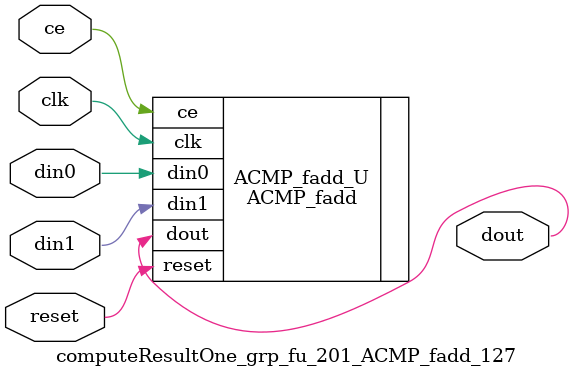
<source format=v>

`timescale 1 ns / 1 ps
module computeResultOne_grp_fu_201_ACMP_fadd_127(
    clk,
    reset,
    ce,
    din0,
    din1,
    dout);

parameter ID = 32'd1;
parameter NUM_STAGE = 32'd1;
parameter din0_WIDTH = 32'd1;
parameter din1_WIDTH = 32'd1;
parameter dout_WIDTH = 32'd1;
input clk;
input reset;
input ce;
input[din0_WIDTH - 1:0] din0;
input[din1_WIDTH - 1:0] din1;
output[dout_WIDTH - 1:0] dout;



ACMP_fadd #(
.ID( ID ),
.NUM_STAGE( 4 ),
.din0_WIDTH( din0_WIDTH ),
.din1_WIDTH( din1_WIDTH ),
.dout_WIDTH( dout_WIDTH ))
ACMP_fadd_U(
    .clk( clk ),
    .reset( reset ),
    .ce( ce ),
    .din0( din0 ),
    .din1( din1 ),
    .dout( dout ));

endmodule

</source>
